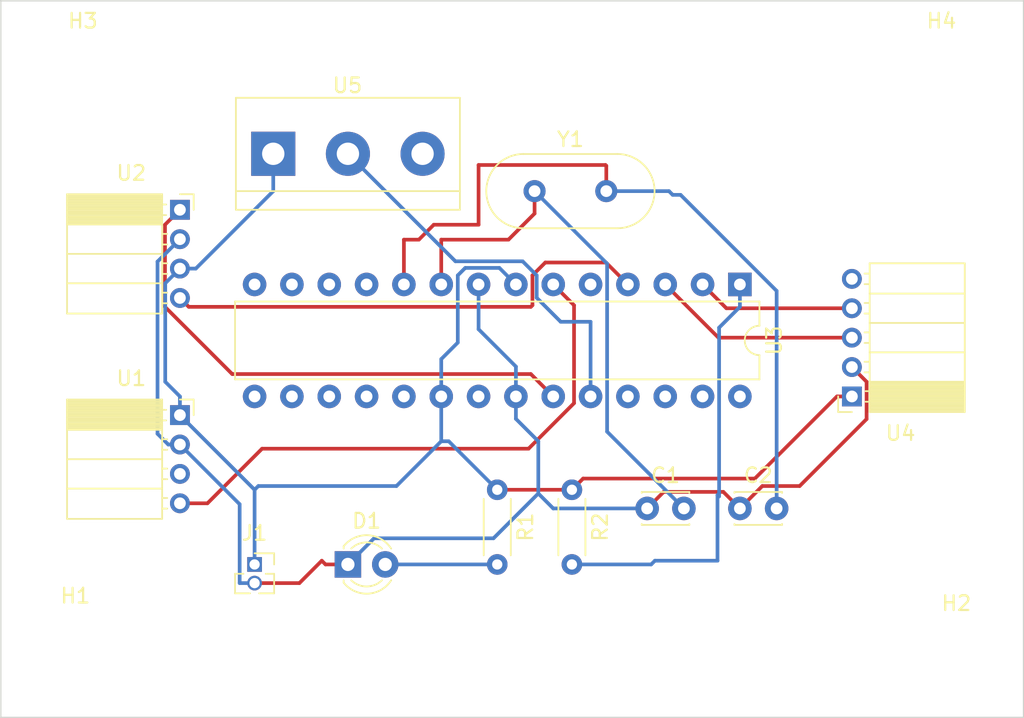
<source format=kicad_pcb>
(kicad_pcb (version 20221018) (generator pcbnew)
  (layers (0 "F.Cu" signal) (31 "B.Cu" signal) (34 "B.Paste" user) (35 "F.Paste" user) (36 "B.SilkS" user "B.Silkscreen") (37 "F.SilkS" user "F.Silkscreen") (38 "B.Mask" user) (39 "F.Mask" user) (44 "Edge.Cuts" user))
  (net 0 "")
  (net 1 "+5V")
  (net 2 "Net-(U3-Pad24)")
  (net 3 "Net-(D1-Pad2)")
  (net 4 "Net-(R2-Pad2)")
  (net 5 "Net-(U3-Pad15)")
  (net 6 "Net-(U3-Pad2)")
  (net 7 "Net-(U3-Pad16)")
  (net 8 "Net-(U3-Pad3)")
  (net 9 "Net-(U3-Pad17)")
  (net 10 "Net-(U2-Pad4)")
  (net 11 "Net-(U3-Pad18)")
  (net 12 "Net-(U3-Pad5)")
  (net 13 "Net-(U3-Pad19)")
  (net 14 "Net-(U1-Pad4)")
  (net 15 "Net-(U3-Pad21)")
  (net 16 "GND")
  (net 17 "Net-(C1-Pad2)")
  (net 18 "Net-(U2-Pad1)")
  (net 19 "Net-(C2-Pad2)")
  (net 20 "Net-(U3-Pad11)")
  (net 21 "Net-(U3-Pad25)")
  (net 22 "Net-(U3-Pad12)")
  (net 23 "Net-(U3-Pad26)")
  (net 24 "Net-(U3-Pad13)")
  (net 25 "Net-(U3-Pad27)")
  (net 26 "Net-(U3-Pad14)")
  (net 27 "Net-(U3-Pad28)")
  (net 28 "Net-(U4-Pad5)")
  (net 29 "Net-(U1-Pad3)")
  (footprint "TerminalBlock:TerminalBlock_bornier-3_P5.08mm" (layer "F.Cu") (at 118.11 85.09)
    (fp_text reference "U5" (at 5.05 -4.65) (layer "F.SilkS"))
    (fp_text value "DHT11")
    (fp_line (start -2.54 -3.81) (end 12.7 -3.81) (stroke (width 0.12)) (layer "F.SilkS"))
    (fp_line (start -2.54 2.54) (end 12.7 2.54) (stroke (width 0.12)) (layer "F.SilkS"))
    (fp_line (start -2.54 3.81) (end -2.54 -3.81) (stroke (width 0.12)) (layer "F.SilkS"))
    (fp_line (start -2.54 3.81) (end 12.7 3.81) (stroke (width 0.12)) (layer "F.SilkS"))
    (fp_line (start 12.7 3.81) (end 12.7 -3.81) (stroke (width 0.12)) (layer "F.SilkS"))
    (pad "1" thru_hole rect (at 0 0) (size 3 3) (drill 1.52) (layers "*.Cu" "*.Mask") (net 1 "+5V"))
    (pad "2" thru_hole circle (at 5.08 0) (size 3 3) (drill 1.52) (layers "*.Cu" "*.Mask") (net 2 "Net-(U3-Pad24)"))
    (pad "3" thru_hole circle (at 10.16 0) (size 3 3) (drill 1.52) (layers "*.Cu" "*.Mask"))
  )
  (footprint "Resistor_THT:R_Axial_DIN0204_L3.6mm_D1.6mm_P5.08mm_Horizontal" (layer "F.Cu") (at 133.35 107.95 -90)
    (fp_text reference "R1" (at 2.54 -1.92 270) (layer "F.SilkS"))
    (fp_text value "R")
    (fp_line (start 0.62 -0.92) (end 4.46 -0.92) (stroke (width 0.12)) (layer "F.SilkS"))
    (fp_line (start 0.62 0.92) (end 4.46 0.92) (stroke (width 0.12)) (layer "F.SilkS"))
    (pad "1" thru_hole circle (at 0 0 270) (size 1.4 1.4) (drill 0.7) (layers "*.Cu" "*.Mask") (net 1 "+5V"))
    (pad "2" thru_hole oval (at 5.08 0 270) (size 1.4 1.4) (drill 0.7) (layers "*.Cu" "*.Mask") (net 3 "Net-(D1-Pad2)"))
  )
  (footprint "Resistor_THT:R_Axial_DIN0204_L3.6mm_D1.6mm_P5.08mm_Horizontal" (layer "F.Cu") (at 138.43 107.95 -90)
    (fp_text reference "R2" (at 2.54 -1.92 270) (layer "F.SilkS"))
    (fp_text value "R")
    (fp_line (start 0.62 -0.92) (end 4.46 -0.92) (stroke (width 0.12)) (layer "F.SilkS"))
    (fp_line (start 0.62 0.92) (end 4.46 0.92) (stroke (width 0.12)) (layer "F.SilkS"))
    (pad "1" thru_hole circle (at 0 0 270) (size 1.4 1.4) (drill 0.7) (layers "*.Cu" "*.Mask") (net 1 "+5V"))
    (pad "2" thru_hole oval (at 5.08 0 270) (size 1.4 1.4) (drill 0.7) (layers "*.Cu" "*.Mask") (net 4 "Net-(R2-Pad2)"))
  )
  (footprint "Package_DIP:DIP-28_W7.62mm" (layer "F.Cu") (at 149.86 93.98 -90)
    (fp_text reference "U3" (at 3.81 -2.33 270) (layer "F.SilkS"))
    (fp_text value "ATmega328-PU")
    (fp_line (start 1.16 -1.33) (end 1.16 34.35) (stroke (width 0.12)) (layer "F.SilkS"))
    (fp_line (start 1.16 34.35) (end 6.46 34.35) (stroke (width 0.12)) (layer "F.SilkS"))
    (fp_line (start 2.81 -1.33) (end 1.16 -1.33) (stroke (width 0.12)) (layer "F.SilkS"))
    (fp_line (start 6.46 -1.33) (end 4.81 -1.33) (stroke (width 0.12)) (layer "F.SilkS"))
    (fp_line (start 6.46 34.35) (end 6.46 -1.33) (stroke (width 0.12)) (layer "F.SilkS"))
    (fp_arc (start 4.81 -1.33) (mid 3.81 -0.33) (end 2.81 -1.33) (stroke (width 0.12)) (layer "F.SilkS"))
    (pad "1" thru_hole rect (at 0 0 270) (size 1.6 1.6) (drill 0.8) (layers "*.Cu" "*.Mask") (net 4 "Net-(R2-Pad2)"))
    (pad "2" thru_hole oval (at 0 2.54 270) (size 1.6 1.6) (drill 0.8) (layers "*.Cu" "*.Mask") (net 6 "Net-(U3-Pad2)"))
    (pad "3" thru_hole oval (at 0 5.08 270) (size 1.6 1.6) (drill 0.8) (layers "*.Cu" "*.Mask") (net 8 "Net-(U3-Pad3)"))
    (pad "4" thru_hole oval (at 0 7.62 270) (size 1.6 1.6) (drill 0.8) (layers "*.Cu" "*.Mask") (net 10 "Net-(U2-Pad4)"))
    (pad "5" thru_hole oval (at 0 10.16 270) (size 1.6 1.6) (drill 0.8) (layers "*.Cu" "*.Mask") (net 12 "Net-(U3-Pad5)"))
    (pad "6" thru_hole oval (at 0 12.7 270) (size 1.6 1.6) (drill 0.8) (layers "*.Cu" "*.Mask") (net 14 "Net-(U1-Pad4)"))
    (pad "7" thru_hole oval (at 0 15.24 270) (size 1.6 1.6) (drill 0.8) (layers "*.Cu" "*.Mask") (net 1 "+5V"))
    (pad "8" thru_hole oval (at 0 17.78 270) (size 1.6 1.6) (drill 0.8) (layers "*.Cu" "*.Mask") (net 16 "GND"))
    (pad "9" thru_hole oval (at 0 20.32 270) (size 1.6 1.6) (drill 0.8) (layers "*.Cu" "*.Mask") (net 17 "Net-(C1-Pad2)"))
    (pad "10" thru_hole oval (at 0 22.86 270) (size 1.6 1.6) (drill 0.8) (layers "*.Cu" "*.Mask") (net 19 "Net-(C2-Pad2)"))
    (pad "11" thru_hole oval (at 0 25.4 270) (size 1.6 1.6) (drill 0.8) (layers "*.Cu" "*.Mask") (net 20 "Net-(U3-Pad11)"))
    (pad "12" thru_hole oval (at 0 27.94 270) (size 1.6 1.6) (drill 0.8) (layers "*.Cu" "*.Mask") (net 22 "Net-(U3-Pad12)"))
    (pad "13" thru_hole oval (at 0 30.48 270) (size 1.6 1.6) (drill 0.8) (layers "*.Cu" "*.Mask") (net 24 "Net-(U3-Pad13)"))
    (pad "14" thru_hole oval (at 0 33.02 270) (size 1.6 1.6) (drill 0.8) (layers "*.Cu" "*.Mask") (net 26 "Net-(U3-Pad14)"))
    (pad "15" thru_hole oval (at 7.62 33.02 270) (size 1.6 1.6) (drill 0.8) (layers "*.Cu" "*.Mask") (net 5 "Net-(U3-Pad15)"))
    (pad "16" thru_hole oval (at 7.62 30.48 270) (size 1.6 1.6) (drill 0.8) (layers "*.Cu" "*.Mask") (net 7 "Net-(U3-Pad16)"))
    (pad "17" thru_hole oval (at 7.62 27.94 270) (size 1.6 1.6) (drill 0.8) (layers "*.Cu" "*.Mask") (net 9 "Net-(U3-Pad17)"))
    (pad "18" thru_hole oval (at 7.62 25.4 270) (size 1.6 1.6) (drill 0.8) (layers "*.Cu" "*.Mask") (net 11 "Net-(U3-Pad18)"))
    (pad "19" thru_hole oval (at 7.62 22.86 270) (size 1.6 1.6) (drill 0.8) (layers "*.Cu" "*.Mask") (net 13 "Net-(U3-Pad19)"))
    (pad "20" thru_hole oval (at 7.62 20.32 270) (size 1.6 1.6) (drill 0.8) (layers "*.Cu" "*.Mask") (net 1 "+5V"))
    (pad "21" thru_hole oval (at 7.62 17.78 270) (size 1.6 1.6) (drill 0.8) (layers "*.Cu" "*.Mask") (net 15 "Net-(U3-Pad21)"))
    (pad "22" thru_hole oval (at 7.62 15.24 270) (size 1.6 1.6) (drill 0.8) (layers "*.Cu" "*.Mask") (net 16 "GND"))
    (pad "23" thru_hole oval (at 7.62 12.7 270) (size 1.6 1.6) (drill 0.8) (layers "*.Cu" "*.Mask") (net 18 "Net-(U2-Pad1)"))
    (pad "24" thru_hole oval (at 7.62 10.16 270) (size 1.6 1.6) (drill 0.8) (layers "*.Cu" "*.Mask") (net 2 "Net-(U3-Pad24)"))
    (pad "25" thru_hole oval (at 7.62 7.62 270) (size 1.6 1.6) (drill 0.8) (layers "*.Cu" "*.Mask") (net 21 "Net-(U3-Pad25)"))
    (pad "26" thru_hole oval (at 7.62 5.08 270) (size 1.6 1.6) (drill 0.8) (layers "*.Cu" "*.Mask") (net 23 "Net-(U3-Pad26)"))
    (pad "27" thru_hole oval (at 7.62 2.54 270) (size 1.6 1.6) (drill 0.8) (layers "*.Cu" "*.Mask") (net 25 "Net-(U3-Pad27)"))
    (pad "28" thru_hole oval (at 7.62 0 270) (size 1.6 1.6) (drill 0.8) (layers "*.Cu" "*.Mask") (net 27 "Net-(U3-Pad28)"))
  )
  (footprint "LED_THT:LED_D3.0mm" (layer "F.Cu") (at 123.19 113.03)
    (fp_text reference "D1" (at 1.27 -2.96) (layer "F.SilkS"))
    (fp_text value "LED")
    (fp_line (start -0.29 -1.236) (end -0.29 -1.08) (stroke (width 0.12)) (layer "F.SilkS"))
    (fp_line (start -0.29 1.08) (end -0.29 1.236) (stroke (width 0.12)) (layer "F.SilkS"))
    (fp_arc (start -0.29 -1.235516) (mid 1.366487 -1.987659) (end 2.942335 -1.078608) (stroke (width 0.12)) (layer "F.SilkS"))
    (fp_arc (start 0.229039 -1.08) (mid 1.270117 -1.5) (end 2.31113 -1.079837) (stroke (width 0.12)) (layer "F.SilkS"))
    (fp_arc (start 2.31113 1.079837) (mid 1.270117 1.5) (end 0.229039 1.08) (stroke (width 0.12)) (layer "F.SilkS"))
    (fp_arc (start 2.942335 1.078608) (mid 1.366487 1.987659) (end -0.29 1.235516) (stroke (width 0.12)) (layer "F.SilkS"))
    (pad "1" thru_hole rect (at 0 0) (size 1.8 1.8) (drill 0.9) (layers "*.Cu" "*.Mask") (net 16 "GND"))
    (pad "2" thru_hole circle (at 2.54 0) (size 1.8 1.8) (drill 0.9) (layers "*.Cu" "*.Mask") (net 3 "Net-(D1-Pad2)"))
  )
  (footprint "Crystal:Crystal_HC49-4H_Vertical" (layer "F.Cu") (at 135.89 87.63)
    (fp_text reference "Y1" (at 2.44 -3.525) (layer "F.SilkS"))
    (fp_text value "Crystal")
    (fp_line (start -0.76 -2.525) (end 5.64 -2.525) (stroke (width 0.12)) (layer "F.SilkS"))
    (fp_line (start -0.76 2.525) (end 5.64 2.525) (stroke (width 0.12)) (layer "F.SilkS"))
    (fp_arc (start -0.76 2.525) (mid -3.285 0) (end -0.76 -2.525) (stroke (width 0.12)) (layer "F.SilkS"))
    (fp_arc (start 5.64 -2.525) (mid 8.165 0) (end 5.64 2.525) (stroke (width 0.12)) (layer "F.SilkS"))
    (pad "1" thru_hole circle (at 0 0) (size 1.5 1.5) (drill 0.8) (layers "*.Cu" "*.Mask") (net 17 "Net-(C1-Pad2)"))
    (pad "2" thru_hole circle (at 4.88 0) (size 1.5 1.5) (drill 0.8) (layers "*.Cu" "*.Mask") (net 19 "Net-(C2-Pad2)"))
  )
  (footprint "Connector_PinSocket_2.00mm:PinSocket_1x05_P2.00mm_Horizontal" (layer "F.Cu") (at 157.48 101.6 180)
    (fp_text reference "U4" (at -3.31 -2.5 180) (layer "F.SilkS"))
    (fp_text value "HC-12")
    (fp_line (start -7.68 -1.06) (end -7.68 9.06) (stroke (width 0.12)) (layer "F.SilkS"))
    (fp_line (start -7.68 -1.06) (end -1.21 -1.06) (stroke (width 0.12)) (layer "F.SilkS"))
    (fp_line (start -7.68 -0.94) (end -1.21 -0.94) (stroke (width 0.12)) (layer "F.SilkS"))
    (fp_line (start -7.68 -0.825882) (end -1.21 -0.825882) (stroke (width 0.12)) (layer "F.SilkS"))
    (fp_line (start -7.68 -0.711764) (end -1.21 -0.711764) (stroke (width 0.12)) (layer "F.SilkS"))
    (fp_line (start -7.68 -0.597646) (end -1.21 -0.597646) (stroke (width 0.12)) (layer "F.SilkS"))
    (fp_line (start -7.68 -0.483528) (end -1.21 -0.483528) (stroke (width 0.12)) (layer "F.SilkS"))
    (fp_line (start -7.68 -0.36941) (end -1.21 -0.36941) (stroke (width 0.12)) (layer "F.SilkS"))
    (fp_line (start -7.68 -0.255292) (end -1.21 -0.255292) (stroke (width 0.12)) (layer "F.SilkS"))
    (fp_line (start -7.68 -0.141174) (end -1.21 -0.141174) (stroke (width 0.12)) (layer "F.SilkS"))
    (fp_line (start -7.68 -0.027056) (end -1.21 -0.027056) (stroke (width 0.12)) (layer "F.SilkS"))
    (fp_line (start -7.68 0.087062) (end -1.21 0.087062) (stroke (width 0.12)) (layer "F.SilkS"))
    (fp_line (start -7.68 0.20118) (end -1.21 0.20118) (stroke (width 0.12)) (layer "F.SilkS"))
    (fp_line (start -7.68 0.315298) (end -1.21 0.315298) (stroke (width 0.12)) (layer "F.SilkS"))
    (fp_line (start -7.68 0.429416) (end -1.21 0.429416) (stroke (width 0.12)) (layer "F.SilkS"))
    (fp_line (start -7.68 0.543534) (end -1.21 0.543534) (stroke (width 0.12)) (layer "F.SilkS"))
    (fp_line (start -7.68 0.657652) (end -1.21 0.657652) (stroke (width 0.12)) (layer "F.SilkS"))
    (fp_line (start -7.68 0.77177) (end -1.21 0.77177) (stroke (width 0.12)) (layer "F.SilkS"))
    (fp_line (start -7.68 0.885888) (end -1.21 0.885888) (stroke (width 0.12)) (layer "F.SilkS"))
    (fp_line (start -7.68 1) (end -1.21 1) (stroke (width 0.12)) (layer "F.SilkS"))
    (fp_line (start -7.68 3) (end -1.21 3) (stroke (width 0.12)) (layer "F.SilkS"))
    (fp_line (start -7.68 5) (end -1.21 5) (stroke (width 0.12)) (layer "F.SilkS"))
    (fp_line (start -7.68 7) (end -1.21 7) (stroke (width 0.12)) (layer "F.SilkS"))
    (fp_line (start -7.68 9.06) (end -1.21 9.06) (stroke (width 0.12)) (layer "F.SilkS"))
    (fp_line (start -1.21 -1.06) (end -1.21 9.06) (stroke (width 0.12)) (layer "F.SilkS"))
    (fp_line (start -1.21 -0.36) (end -0.935 -0.36) (stroke (width 0.12)) (layer "F.SilkS"))
    (fp_line (start -1.21 0.36) (end -0.935 0.36) (stroke (width 0.12)) (layer "F.SilkS"))
    (fp_line (start -1.21 1.64) (end -0.862917 1.64) (stroke (width 0.12)) (layer "F.SilkS"))
    (fp_line (start -1.21 2.36) (end -0.862917 2.36) (stroke (width 0.12)) (layer "F.SilkS"))
    (fp_line (start -1.21 3.64) (end -0.862917 3.64) (stroke (width 0.12)) (layer "F.SilkS"))
    (fp_line (start -1.21 4.36) (end -0.862917 4.36) (stroke (width 0.12)) (layer "F.SilkS"))
    (fp_line (start -1.21 5.64) (end -0.862917 5.64) (stroke (width 0.12)) (layer "F.SilkS"))
    (fp_line (start -1.21 6.36) (end -0.862917 6.36) (stroke (width 0.12)) (layer "F.SilkS"))
    (fp_line (start -1.21 7.64) (end -0.862917 7.64) (stroke (width 0.12)) (layer "F.SilkS"))
    (fp_line (start -1.21 8.36) (end -0.862917 8.36) (stroke (width 0.12)) (layer "F.SilkS"))
    (fp_line (start 0 -1.06) (end 0.935 -1.06) (stroke (width 0.12)) (layer "F.SilkS"))
    (fp_line (start 0.935 -1.06) (end 0.935 0) (stroke (width 0.12)) (layer "F.SilkS"))
    (pad "1" thru_hole rect (at 0 0 180) (size 1.35 1.35) (drill 0.8) (layers "*.Cu" "*.Mask") (net 1 "+5V"))
    (pad "2" thru_hole oval (at 0 2 180) (size 1.35 1.35) (drill 0.8) (layers "*.Cu" "*.Mask") (net 16 "GND"))
    (pad "3" thru_hole oval (at 0 4 180) (size 1.35 1.35) (drill 0.8) (layers "*.Cu" "*.Mask") (net 8 "Net-(U3-Pad3)"))
    (pad "4" thru_hole oval (at 0 6 180) (size 1.35 1.35) (drill 0.8) (layers "*.Cu" "*.Mask") (net 6 "Net-(U3-Pad2)"))
    (pad "5" thru_hole oval (at 0 8 180) (size 1.35 1.35) (drill 0.8) (layers "*.Cu" "*.Mask") (net 28 "Net-(U4-Pad5)"))
  )
  (footprint "Connector_PinSocket_2.00mm:PinSocket_1x04_P2.00mm_Horizontal" (layer "F.Cu") (at 111.76 102.87)
    (fp_text reference "U1" (at -3.31 -2.5) (layer "F.SilkS"))
    (fp_text value "MQ7")
    (fp_line (start -7.68 -1.06) (end -7.68 7.06) (stroke (width 0.12)) (layer "F.SilkS"))
    (fp_line (start -7.68 -1.06) (end -1.21 -1.06) (stroke (width 0.12)) (layer "F.SilkS"))
    (fp_line (start -7.68 -0.94) (end -1.21 -0.94) (stroke (width 0.12)) (layer "F.SilkS"))
    (fp_line (start -7.68 -0.825882) (end -1.21 -0.825882) (stroke (width 0.12)) (layer "F.SilkS"))
    (fp_line (start -7.68 -0.711764) (end -1.21 -0.711764) (stroke (width 0.12)) (layer "F.SilkS"))
    (fp_line (start -7.68 -0.597646) (end -1.21 -0.597646) (stroke (width 0.12)) (layer "F.SilkS"))
    (fp_line (start -7.68 -0.483528) (end -1.21 -0.483528) (stroke (width 0.12)) (layer "F.SilkS"))
    (fp_line (start -7.68 -0.36941) (end -1.21 -0.36941) (stroke (width 0.12)) (layer "F.SilkS"))
    (fp_line (start -7.68 -0.255292) (end -1.21 -0.255292) (stroke (width 0.12)) (layer "F.SilkS"))
    (fp_line (start -7.68 -0.141174) (end -1.21 -0.141174) (stroke (width 0.12)) (layer "F.SilkS"))
    (fp_line (start -7.68 -0.027056) (end -1.21 -0.027056) (stroke (width 0.12)) (layer "F.SilkS"))
    (fp_line (start -7.68 0.087062) (end -1.21 0.087062) (stroke (width 0.12)) (layer "F.SilkS"))
    (fp_line (start -7.68 0.20118) (end -1.21 0.20118) (stroke (width 0.12)) (layer "F.SilkS"))
    (fp_line (start -7.68 0.315298) (end -1.21 0.315298) (stroke (width 0.12)) (layer "F.SilkS"))
    (fp_line (start -7.68 0.429416) (end -1.21 0.429416) (stroke (width 0.12)) (layer "F.SilkS"))
    (fp_line (start -7.68 0.543534) (end -1.21 0.543534) (stroke (width 0.12)) (layer "F.SilkS"))
    (fp_line (start -7.68 0.657652) (end -1.21 0.657652) (stroke (width 0.12)) (layer "F.SilkS"))
    (fp_line (start -7.68 0.77177) (end -1.21 0.77177) (stroke (width 0.12)) (layer "F.SilkS"))
    (fp_line (start -7.68 0.885888) (end -1.21 0.885888) (stroke (width 0.12)) (layer "F.SilkS"))
    (fp_line (start -7.68 1) (end -1.21 1) (stroke (width 0.12)) (layer "F.SilkS"))
    (fp_line (start -7.68 3) (end -1.21 3) (stroke (width 0.12)) (layer "F.SilkS"))
    (fp_line (start -7.68 5) (end -1.21 5) (stroke (width 0.12)) (layer "F.SilkS"))
    (fp_line (start -7.68 7.06) (end -1.21 7.06) (stroke (width 0.12)) (layer "F.SilkS"))
    (fp_line (start -1.21 -1.06) (end -1.21 7.06) (stroke (width 0.12)) (layer "F.SilkS"))
    (fp_line (start -1.21 -0.36) (end -0.935 -0.36) (stroke (width 0.12)) (layer "F.SilkS"))
    (fp_line (start -1.21 0.36) (end -0.935 0.36) (stroke (width 0.12)) (layer "F.SilkS"))
    (fp_line (start -1.21 1.64) (end -0.862917 1.64) (stroke (width 0.12)) (layer "F.SilkS"))
    (fp_line (start -1.21 2.36) (end -0.862917 2.36) (stroke (width 0.12)) (layer "F.SilkS"))
    (fp_line (start -1.21 3.64) (end -0.862917 3.64) (stroke (width 0.12)) (layer "F.SilkS"))
    (fp_line (start -1.21 4.36) (end -0.862917 4.36) (stroke (width 0.12)) (layer "F.SilkS"))
    (fp_line (start -1.21 5.64) (end -0.862917 5.64) (stroke (width 0.12)) (layer "F.SilkS"))
    (fp_line (start -1.21 6.36) (end -0.862917 6.36) (stroke (width 0.12)) (layer "F.SilkS"))
    (fp_line (start 0 -1.06) (end 0.935 -1.06) (stroke (width 0.12)) (layer "F.SilkS"))
    (fp_line (start 0.935 -1.06) (end 0.935 0) (stroke (width 0.12)) (layer "F.SilkS"))
    (pad "1" thru_hole rect (at 0 0) (size 1.35 1.35) (drill 0.8) (layers "*.Cu" "*.Mask") (net 1 "+5V"))
    (pad "2" thru_hole oval (at 0 2) (size 1.35 1.35) (drill 0.8) (layers "*.Cu" "*.Mask") (net 16 "GND"))
    (pad "3" thru_hole oval (at 0 4) (size 1.35 1.35) (drill 0.8) (layers "*.Cu" "*.Mask") (net 29 "Net-(U1-Pad3)"))
    (pad "4" thru_hole oval (at 0 6) (size 1.35 1.35) (drill 0.8) (layers "*.Cu" "*.Mask") (net 14 "Net-(U1-Pad4)"))
  )
  (footprint "Connector_PinSocket_2.00mm:PinSocket_1x04_P2.00mm_Horizontal" (layer "F.Cu") (at 111.76 88.9)
    (fp_text reference "U2" (at -3.31 -2.5) (layer "F.SilkS"))
    (fp_text value "KY026")
    (fp_line (start -7.68 -1.06) (end -7.68 7.06) (stroke (width 0.12)) (layer "F.SilkS"))
    (fp_line (start -7.68 -1.06) (end -1.21 -1.06) (stroke (width 0.12)) (layer "F.SilkS"))
    (fp_line (start -7.68 -0.94) (end -1.21 -0.94) (stroke (width 0.12)) (layer "F.SilkS"))
    (fp_line (start -7.68 -0.825882) (end -1.21 -0.825882) (stroke (width 0.12)) (layer "F.SilkS"))
    (fp_line (start -7.68 -0.711764) (end -1.21 -0.711764) (stroke (width 0.12)) (layer "F.SilkS"))
    (fp_line (start -7.68 -0.597646) (end -1.21 -0.597646) (stroke (width 0.12)) (layer "F.SilkS"))
    (fp_line (start -7.68 -0.483528) (end -1.21 -0.483528) (stroke (width 0.12)) (layer "F.SilkS"))
    (fp_line (start -7.68 -0.36941) (end -1.21 -0.36941) (stroke (width 0.12)) (layer "F.SilkS"))
    (fp_line (start -7.68 -0.255292) (end -1.21 -0.255292) (stroke (width 0.12)) (layer "F.SilkS"))
    (fp_line (start -7.68 -0.141174) (end -1.21 -0.141174) (stroke (width 0.12)) (layer "F.SilkS"))
    (fp_line (start -7.68 -0.027056) (end -1.21 -0.027056) (stroke (width 0.12)) (layer "F.SilkS"))
    (fp_line (start -7.68 0.087062) (end -1.21 0.087062) (stroke (width 0.12)) (layer "F.SilkS"))
    (fp_line (start -7.68 0.20118) (end -1.21 0.20118) (stroke (width 0.12)) (layer "F.SilkS"))
    (fp_line (start -7.68 0.315298) (end -1.21 0.315298) (stroke (width 0.12)) (layer "F.SilkS"))
    (fp_line (start -7.68 0.429416) (end -1.21 0.429416) (stroke (width 0.12)) (layer "F.SilkS"))
    (fp_line (start -7.68 0.543534) (end -1.21 0.543534) (stroke (width 0.12)) (layer "F.SilkS"))
    (fp_line (start -7.68 0.657652) (end -1.21 0.657652) (stroke (width 0.12)) (layer "F.SilkS"))
    (fp_line (start -7.68 0.77177) (end -1.21 0.77177) (stroke (width 0.12)) (layer "F.SilkS"))
    (fp_line (start -7.68 0.885888) (end -1.21 0.885888) (stroke (width 0.12)) (layer "F.SilkS"))
    (fp_line (start -7.68 1) (end -1.21 1) (stroke (width 0.12)) (layer "F.SilkS"))
    (fp_line (start -7.68 3) (end -1.21 3) (stroke (width 0.12)) (layer "F.SilkS"))
    (fp_line (start -7.68 5) (end -1.21 5) (stroke (width 0.12)) (layer "F.SilkS"))
    (fp_line (start -7.68 7.06) (end -1.21 7.06) (stroke (width 0.12)) (layer "F.SilkS"))
    (fp_line (start -1.21 -1.06) (end -1.21 7.06) (stroke (width 0.12)) (layer "F.SilkS"))
    (fp_line (start -1.21 -0.36) (end -0.935 -0.36) (stroke (width 0.12)) (layer "F.SilkS"))
    (fp_line (start -1.21 0.36) (end -0.935 0.36) (stroke (width 0.12)) (layer "F.SilkS"))
    (fp_line (start -1.21 1.64) (end -0.862917 1.64) (stroke (width 0.12)) (layer "F.SilkS"))
    (fp_line (start -1.21 2.36) (end -0.862917 2.36) (stroke (width 0.12)) (layer "F.SilkS"))
    (fp_line (start -1.21 3.64) (end -0.862917 3.64) (stroke (width 0.12)) (layer "F.SilkS"))
    (fp_line (start -1.21 4.36) (end -0.862917 4.36) (stroke (width 0.12)) (layer "F.SilkS"))
    (fp_line (start -1.21 5.64) (end -0.862917 5.64) (stroke (width 0.12)) (layer "F.SilkS"))
    (fp_line (start -1.21 6.36) (end -0.862917 6.36) (stroke (width 0.12)) (layer "F.SilkS"))
    (fp_line (start 0 -1.06) (end 0.935 -1.06) (stroke (width 0.12)) (layer "F.SilkS"))
    (fp_line (start 0.935 -1.06) (end 0.935 0) (stroke (width 0.12)) (layer "F.SilkS"))
    (pad "1" thru_hole rect (at 0 0) (size 1.35 1.35) (drill 0.8) (layers "*.Cu" "*.Mask") (net 18 "Net-(U2-Pad1)"))
    (pad "2" thru_hole oval (at 0 2) (size 1.35 1.35) (drill 0.8) (layers "*.Cu" "*.Mask") (net 16 "GND"))
    (pad "3" thru_hole oval (at 0 4) (size 1.35 1.35) (drill 0.8) (layers "*.Cu" "*.Mask") (net 1 "+5V"))
    (pad "4" thru_hole oval (at 0 6) (size 1.35 1.35) (drill 0.8) (layers "*.Cu" "*.Mask") (net 10 "Net-(U2-Pad4)"))
  )
  (footprint "Connector_PinSocket_1.27mm:PinSocket_1x02_P1.27mm_Vertical" (layer "F.Cu") (at 116.84 113.03)
    (fp_text reference "J1" (at 0 -2.135) (layer "F.SilkS"))
    (fp_text value "Conn_01x02_Female")
    (fp_line (start -1.33 0.635) (end -1.33 1.965) (stroke (width 0.12)) (layer "F.SilkS"))
    (fp_line (start -1.33 0.635) (end -0.76 0.635) (stroke (width 0.12)) (layer "F.SilkS"))
    (fp_line (start -1.33 1.965) (end -0.30753 1.965) (stroke (width 0.12)) (layer "F.SilkS"))
    (fp_line (start 0 -0.76) (end 1.33 -0.76) (stroke (width 0.12)) (layer "F.SilkS"))
    (fp_line (start 0.30753 1.965) (end 1.33 1.965) (stroke (width 0.12)) (layer "F.SilkS"))
    (fp_line (start 0.76 0.635) (end 1.33 0.635) (stroke (width 0.12)) (layer "F.SilkS"))
    (fp_line (start 1.33 -0.76) (end 1.33 0) (stroke (width 0.12)) (layer "F.SilkS"))
    (fp_line (start 1.33 0.635) (end 1.33 1.965) (stroke (width 0.12)) (layer "F.SilkS"))
    (pad "1" thru_hole rect (at 0 0) (size 1 1) (drill 0.7) (layers "*.Cu" "*.Mask") (net 1 "+5V"))
    (pad "2" thru_hole oval (at 0 1.27) (size 1 1) (drill 0.7) (layers "*.Cu" "*.Mask") (net 16 "GND"))
  )
  (footprint "Capacitor_THT:C_Disc_D3.0mm_W2.0mm_P2.50mm" (layer "F.Cu") (at 143.55 109.22)
    (fp_text reference "C1" (at 1.25 -2.25) (layer "F.SilkS"))
    (fp_text value "C")
    (fp_line (start -0.37 -1.12) (end -0.37 -1.055) (stroke (width 0.12)) (layer "F.SilkS"))
    (fp_line (start -0.37 -1.12) (end 2.87 -1.12) (stroke (width 0.12)) (layer "F.SilkS"))
    (fp_line (start -0.37 1.055) (end -0.37 1.12) (stroke (width 0.12)) (layer "F.SilkS"))
    (fp_line (start -0.37 1.12) (end 2.87 1.12) (stroke (width 0.12)) (layer "F.SilkS"))
    (fp_line (start 2.87 -1.12) (end 2.87 -1.055) (stroke (width 0.12)) (layer "F.SilkS"))
    (fp_line (start 2.87 1.055) (end 2.87 1.12) (stroke (width 0.12)) (layer "F.SilkS"))
    (pad "1" thru_hole circle (at 0 0) (size 1.6 1.6) (drill 0.8) (layers "*.Cu" "*.Mask") (net 16 "GND"))
    (pad "2" thru_hole circle (at 2.5 0) (size 1.6 1.6) (drill 0.8) (layers "*.Cu" "*.Mask") (net 17 "Net-(C1-Pad2)"))
  )
  (footprint "Capacitor_THT:C_Disc_D3.0mm_W2.0mm_P2.50mm" (layer "F.Cu") (at 149.86 109.22)
    (fp_text reference "C2" (at 1.25 -2.25) (layer "F.SilkS"))
    (fp_text value "C")
    (fp_line (start -0.37 -1.12) (end -0.37 -1.055) (stroke (width 0.12)) (layer "F.SilkS"))
    (fp_line (start -0.37 -1.12) (end 2.87 -1.12) (stroke (width 0.12)) (layer "F.SilkS"))
    (fp_line (start -0.37 1.055) (end -0.37 1.12) (stroke (width 0.12)) (layer "F.SilkS"))
    (fp_line (start -0.37 1.12) (end 2.87 1.12) (stroke (width 0.12)) (layer "F.SilkS"))
    (fp_line (start 2.87 -1.12) (end 2.87 -1.055) (stroke (width 0.12)) (layer "F.SilkS"))
    (fp_line (start 2.87 1.055) (end 2.87 1.12) (stroke (width 0.12)) (layer "F.SilkS"))
    (pad "1" thru_hole circle (at 0 0) (size 1.6 1.6) (drill 0.8) (layers "*.Cu" "*.Mask") (net 16 "GND"))
    (pad "2" thru_hole circle (at 2.5 0) (size 1.6 1.6) (drill 0.8) (layers "*.Cu" "*.Mask") (net 19 "Net-(C2-Pad2)"))
  )
  (footprint "MountingHole:MountingHole_2.2mm_M2" (layer "F.Cu") (at 104.648 118.364)
    (fp_text reference "H1" (at 0 -3.2) (layer "F.SilkS"))
    (fp_text value "MountingHole")
    (pad "" np_thru_hole circle (at 0 0) (size 2.2 2.2) (drill 2.2) (layers "*.Cu" "*.Mask"))
  )
  (footprint "MountingHole:MountingHole_2.2mm_M2" (layer "F.Cu") (at 164.592 118.872)
    (fp_text reference "H2" (at 0 -3.2) (layer "F.SilkS"))
    (fp_text value "MountingHole")
    (pad "" np_thru_hole circle (at 0 0) (size 2.2 2.2) (drill 2.2) (layers "*.Cu" "*.Mask"))
  )
  (footprint "MountingHole:MountingHole_2.2mm_M2" (layer "F.Cu") (at 105.156 79.248)
    (fp_text reference "H3" (at 0 -3.2) (layer "F.SilkS"))
    (fp_text value "MountingHole")
    (pad "" np_thru_hole circle (at 0 0) (size 2.2 2.2) (drill 2.2) (layers "*.Cu" "*.Mask"))
  )
  (footprint "MountingHole:MountingHole_2.2mm_M2" (layer "F.Cu") (at 163.576 79.248)
    (fp_text reference "H4" (at 0 -3.2) (layer "F.SilkS"))
    (fp_text value "MountingHole")
    (pad "" np_thru_hole circle (at 0 0) (size 2.2 2.2) (drill 2.2) (layers "*.Cu" "*.Mask"))
  )
  (gr_rect (start 99.568 74.676) (end 169.164 123.444) (stroke (width 0.1)) (fill none) (layer "Edge.Cuts"))
  (segment (start 138.43 107.95) (end 133.35 107.95) (width 0.25) (layer "F.Cu") (net 1))
  (segment (start 150.876 107.188) (end 139.192 107.188) (width 0.25) (layer "F.Cu") (net 1))
  (segment (start 139.192 107.188) (end 138.43 107.95) (width 0.25) (layer "F.Cu") (net 1))
  (segment (start 157.48 101.6) (end 156.464 101.6) (width 0.25) (layer "F.Cu") (net 1))
  (segment (start 156.464 101.6) (end 150.876 107.188) (width 0.25) (layer "F.Cu") (net 1))
  (segment (start 117.094 107.696) (end 116.84 107.95) (width 0.25) (layer "B.Cu") (net 1))
  (segment (start 134.62 93.98) (end 133.495 92.855) (width 0.25) (layer "B.Cu") (net 1))
  (segment (start 129.54 104.648) (end 126.492 107.696) (width 0.25) (layer "B.Cu") (net 1))
  (segment (start 129.54 99.06) (end 129.54 101.6) (width 0.25) (layer "B.Cu") (net 1))
  (segment (start 129.54 101.6) (end 129.54 104.648) (width 0.25) (layer "B.Cu") (net 1))
  (segment (start 111.76 102.87) (end 116.84 107.95) (width 0.25) (layer "B.Cu") (net 1))
  (segment (start 133.495 92.855) (end 131.173 92.855) (width 0.25) (layer "B.Cu") (net 1))
  (segment (start 130.665 97.935) (end 129.54 99.06) (width 0.25) (layer "B.Cu") (net 1))
  (segment (start 131.173 92.855) (end 130.665 93.363) (width 0.25) (layer "B.Cu") (net 1))
  (segment (start 111.76 92.9) (end 112.84 92.9) (width 0.25) (layer "B.Cu") (net 1))
  (segment (start 110.76 100.6) (end 111.76 101.6) (width 0.25) (layer "B.Cu") (net 1))
  (segment (start 129.54 104.648) (end 130.048 104.648) (width 0.25) (layer "B.Cu") (net 1))
  (segment (start 126.492 107.696) (end 117.094 107.696) (width 0.25) (layer "B.Cu") (net 1))
  (segment (start 130.665 93.363) (end 130.665 97.935) (width 0.25) (layer "B.Cu") (net 1))
  (segment (start 130.048 104.648) (end 133.35 107.95) (width 0.25) (layer "B.Cu") (net 1))
  (segment (start 116.84 107.95) (end 116.84 113.03) (width 0.25) (layer "B.Cu") (net 1))
  (segment (start 112.84 92.9) (end 118.11 87.63) (width 0.25) (layer "B.Cu") (net 1))
  (segment (start 110.76 93.9) (end 110.76 100.6) (width 0.25) (layer "B.Cu") (net 1))
  (segment (start 111.76 101.6) (end 111.76 102.87) (width 0.25) (layer "B.Cu") (net 1))
  (segment (start 111.76 92.9) (end 110.76 93.9) (width 0.25) (layer "B.Cu") (net 1))
  (segment (start 118.11 87.63) (end 118.11 85.09) (width 0.25) (layer "B.Cu") (net 1))
  (segment (start 135.077 92.405) (end 136.035 93.363) (width 0.25) (layer "B.Cu") (net 2))
  (segment (start 137.668 96.52) (end 139.7 96.52) (width 0.25) (layer "B.Cu") (net 2))
  (segment (start 139.7 96.52) (end 139.7 101.6) (width 0.25) (layer "B.Cu") (net 2))
  (segment (start 123.19 85.09) (end 130.505 92.405) (width 0.25) (layer "B.Cu") (net 2))
  (segment (start 136.035 94.887) (end 137.668 96.52) (width 0.25) (layer "B.Cu") (net 2))
  (segment (start 130.505 92.405) (end 135.077 92.405) (width 0.25) (layer "B.Cu") (net 2))
  (segment (start 136.035 93.363) (end 136.035 94.887) (width 0.25) (layer "B.Cu") (net 2))
  (segment (start 133.35 113.03) (end 125.73 113.03) (width 0.25) (layer "B.Cu") (net 3))
  (segment (start 148.445 108.204) (end 148.445 96.919) (width 0.25) (layer "B.Cu") (net 4))
  (segment (start 138.43 113.03) (end 143.823878 113.03) (width 0.25) (layer "B.Cu") (net 4))
  (segment (start 144.077878 112.776) (end 143.823878 113.03) (width 0.25) (layer "B.Cu") (net 4))
  (segment (start 148.445 108.204) (end 148.336 108.313) (width 0.25) (layer "B.Cu") (net 4))
  (segment (start 148.336 108.313) (end 148.336 112.776) (width 0.25) (layer "B.Cu") (net 4))
  (segment (start 148.445 96.919) (end 149.86 95.504) (width 0.25) (layer "B.Cu") (net 4))
  (segment (start 148.336 112.776) (end 144.077878 112.776) (width 0.25) (layer "B.Cu") (net 4))
  (segment (start 149.86 95.504) (end 149.86 93.98) (width 0.25) (layer "B.Cu") (net 4))
  (segment (start 148.445 108.408878) (end 148.445 108.204) (width 0.25) (layer "B.Cu") (net 4))
  (segment (start 148.94 95.6) (end 157.48 95.6) (width 0.25) (layer "F.Cu") (net 6))
  (segment (start 147.32 93.98) (end 148.94 95.6) (width 0.25) (layer "F.Cu") (net 6))
  (segment (start 144.78 93.98) (end 148.4 97.6) (width 0.25) (layer "F.Cu") (net 8))
  (segment (start 148.4 97.6) (end 157.48 97.6) (width 0.25) (layer "F.Cu") (net 8))
  (segment (start 140.747528 92.487528) (end 142.24 93.98) (width 0.25) (layer "F.Cu") (net 10))
  (segment (start 112.364 95.504) (end 135.636 95.504) (width 0.25) (layer "F.Cu") (net 10))
  (segment (start 135.636 95.504) (end 135.745 95.395) (width 0.25) (layer "F.Cu") (net 10))
  (segment (start 135.745 95.395) (end 135.745 93.363) (width 0.25) (layer "F.Cu") (net 10))
  (segment (start 136.620472 92.487528) (end 140.747528 92.487528) (width 0.25) (layer "F.Cu") (net 10))
  (segment (start 135.745 93.363) (end 136.620472 92.487528) (width 0.25) (layer "F.Cu") (net 10))
  (segment (start 111.76 94.9) (end 112.364 95.504) (width 0.25) (layer "F.Cu") (net 10))
  (segment (start 138.575 95.395) (end 137.16 93.98) (width 0.25) (layer "F.Cu") (net 14))
  (segment (start 117.348 105.156) (end 135.477878 105.156) (width 0.25) (layer "F.Cu") (net 14))
  (segment (start 138.575 102.058878) (end 138.575 95.395) (width 0.25) (layer "F.Cu") (net 14))
  (segment (start 135.477878 105.156) (end 138.575 102.058878) (width 0.25) (layer "F.Cu") (net 14))
  (segment (start 113.634 108.87) (end 117.348 105.156) (width 0.25) (layer "F.Cu") (net 14))
  (segment (start 111.76 108.87) (end 113.634 108.87) (width 0.25) (layer "F.Cu") (net 14))
  (segment (start 143.55 109.22) (end 144.675 108.095) (width 0.25) (layer "F.Cu") (net 16))
  (segment (start 119.888 114.3) (end 121.412 112.776) (width 0.25) (layer "F.Cu") (net 16))
  (segment (start 148.735 108.095) (end 149.86 109.22) (width 0.25) (layer "F.Cu") (net 16))
  (segment (start 144.675 108.095) (end 148.735 108.095) (width 0.25) (layer "F.Cu") (net 16))
  (segment (start 121.666 113.03) (end 123.19 113.03) (width 0.25) (layer "F.Cu") (net 16))
  (segment (start 116.84 114.3) (end 119.888 114.3) (width 0.25) (layer "F.Cu") (net 16))
  (segment (start 158.48 103.14) (end 153.924 107.696) (width 0.25) (layer "F.Cu") (net 16))
  (segment (start 158.48 100.6) (end 158.48 103.14) (width 0.25) (layer "F.Cu") (net 16))
  (segment (start 153.924 107.696) (end 151.384 107.696) (width 0.25) (layer "F.Cu") (net 16))
  (segment (start 151.384 107.696) (end 149.86 109.22) (width 0.25) (layer "F.Cu") (net 16))
  (segment (start 157.48 99.6) (end 158.48 100.6) (width 0.25) (layer "F.Cu") (net 16))
  (segment (start 121.412 112.776) (end 121.666 113.03) (width 0.25) (layer "F.Cu") (net 16))
  (segment (start 110.966 104.87) (end 111.76 104.87) (width 0.25) (layer "B.Cu") (net 16))
  (segment (start 115.824 114.3) (end 116.84 114.3) (width 0.25) (layer "B.Cu") (net 16))
  (segment (start 115.824 108.934) (end 115.824 114.3) (width 0.25) (layer "B.Cu") (net 16))
  (segment (start 134.62 99.568) (end 134.62 101.6) (width 0.25) (layer "B.Cu") (net 16))
  (segment (start 132.08 93.98) (end 132.08 97.028) (width 0.25) (layer "B.Cu") (net 16))
  (segment (start 132.08 97.028) (end 134.62 99.568) (width 0.25) (layer "B.Cu") (net 16))
  (segment (start 111.76 90.9) (end 110.236 92.424) (width 0.25) (layer "B.Cu") (net 16))
  (segment (start 136.144 104.648) (end 134.62 103.124) (width 0.25) (layer "B.Cu") (net 16))
  (segment (start 143.55 109.22) (end 137.16 109.22) (width 0.25) (layer "B.Cu") (net 16))
  (segment (start 110.236 92.424) (end 110.236 104.14) (width 0.25) (layer "B.Cu") (net 16))
  (segment (start 133.096 111.252) (end 124.968 111.252) (width 0.25) (layer "B.Cu") (net 16))
  (segment (start 136.144 108.204) (end 136.144 104.648) (width 0.25) (layer "B.Cu") (net 16))
  (segment (start 124.968 111.252) (end 123.19 113.03) (width 0.25) (layer "B.Cu") (net 16))
  (segment (start 137.16 109.22) (end 136.144 108.204) (width 0.25) (layer "B.Cu") (net 16))
  (segment (start 110.236 104.14) (end 110.966 104.87) (width 0.25) (layer "B.Cu") (net 16))
  (segment (start 134.62 103.124) (end 134.62 101.6) (width 0.25) (layer "B.Cu") (net 16))
  (segment (start 136.144 108.204) (end 133.096 111.252) (width 0.25) (layer "B.Cu") (net 16))
  (segment (start 111.76 104.87) (end 115.824 108.934) (width 0.25) (layer "B.Cu") (net 16))
  (segment (start 134.112 90.932) (end 129.54 90.932) (width 0.25) (layer "F.Cu") (net 17))
  (segment (start 135.89 87.63) (end 135.89 89.154) (width 0.25) (layer "F.Cu") (net 17))
  (segment (start 129.54 90.932) (end 129.54 93.98) (width 0.25) (layer "F.Cu") (net 17))
  (segment (start 135.89 89.154) (end 134.112 90.932) (width 0.25) (layer "F.Cu") (net 17))
  (segment (start 140.825 103.995) (end 146.05 109.22) (width 0.25) (layer "B.Cu") (net 17))
  (segment (start 140.825 92.565) (end 140.825 103.995) (width 0.25) (layer "B.Cu") (net 17))
  (segment (start 135.89 87.63) (end 140.825 92.565) (width 0.25) (layer "B.Cu") (net 17))
  (segment (start 110.744 89.916) (end 111.76 88.9) (width 0.25) (layer "F.Cu") (net 18))
  (segment (start 137.16 101.6) (end 135.636 100.076) (width 0.25) (layer "F.Cu") (net 18))
  (segment (start 135.636 100.076) (end 115.316 100.076) (width 0.25) (layer "F.Cu") (net 18))
  (segment (start 110.744 95.504) (end 110.744 89.916) (width 0.25) (layer "F.Cu") (net 18))
  (segment (start 115.316 100.076) (end 110.744 95.504) (width 0.25) (layer "F.Cu") (net 18))
  (segment (start 127 90.932) (end 127 93.98) (width 0.25) (layer "F.Cu") (net 19))
  (segment (start 140.77 85.906) (end 140.716 85.852) (width 0.25) (layer "F.Cu") (net 19))
  (segment (start 128.016 90.932) (end 127 90.932) (width 0.25) (layer "F.Cu") (net 19))
  (segment (start 132.08 89.916) (end 129.032 89.916) (width 0.25) (layer "F.Cu") (net 19))
  (segment (start 140.716 85.852) (end 132.08 85.852) (width 0.25) (layer "F.Cu") (net 19))
  (segment (start 129.032 89.916) (end 128.016 90.932) (width 0.25) (layer "F.Cu") (net 19))
  (segment (start 140.77 87.63) (end 140.77 85.906) (width 0.25) (layer "F.Cu") (net 19))
  (segment (start 132.08 85.852) (end 132.08 89.916) (width 0.25) (layer "F.Cu") (net 19))
  (segment (start 152.36 109.22) (end 152.36 94.42038) (width 0.25) (layer "B.Cu") (net 19))
  (segment (start 145.82362 87.884) (end 145.288 87.884) (width 0.25) (layer "B.Cu") (net 19))
  (segment (start 152.36 94.42038) (end 145.82362 87.884) (width 0.25) (layer "B.Cu") (net 19))
  (segment (start 145.034 87.63) (end 140.77 87.63) (width 0.25) (layer "B.Cu") (net 19))
  (segment (start 145.288 87.884) (end 145.034 87.63) (width 0.25) (layer "B.Cu") (net 19))
)
</source>
